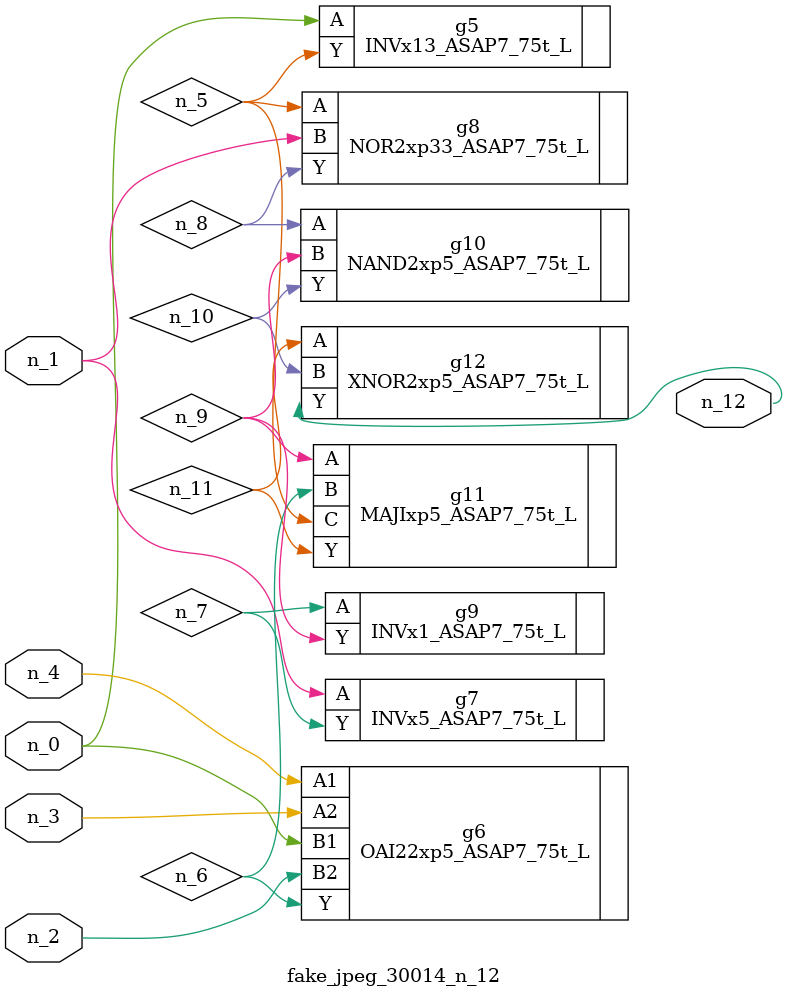
<source format=v>
module fake_jpeg_30014_n_12 (n_3, n_2, n_1, n_0, n_4, n_12);

input n_3;
input n_2;
input n_1;
input n_0;
input n_4;

output n_12;

wire n_11;
wire n_10;
wire n_8;
wire n_9;
wire n_6;
wire n_5;
wire n_7;

INVx13_ASAP7_75t_L g5 ( 
.A(n_0),
.Y(n_5)
);

OAI22xp5_ASAP7_75t_L g6 ( 
.A1(n_4),
.A2(n_3),
.B1(n_0),
.B2(n_2),
.Y(n_6)
);

INVx5_ASAP7_75t_L g7 ( 
.A(n_1),
.Y(n_7)
);

NOR2xp33_ASAP7_75t_L g8 ( 
.A(n_5),
.B(n_1),
.Y(n_8)
);

NAND2xp5_ASAP7_75t_L g10 ( 
.A(n_8),
.B(n_9),
.Y(n_10)
);

INVx1_ASAP7_75t_L g9 ( 
.A(n_7),
.Y(n_9)
);

MAJIxp5_ASAP7_75t_L g11 ( 
.A(n_9),
.B(n_6),
.C(n_5),
.Y(n_11)
);

XNOR2xp5_ASAP7_75t_L g12 ( 
.A(n_11),
.B(n_10),
.Y(n_12)
);


endmodule
</source>
